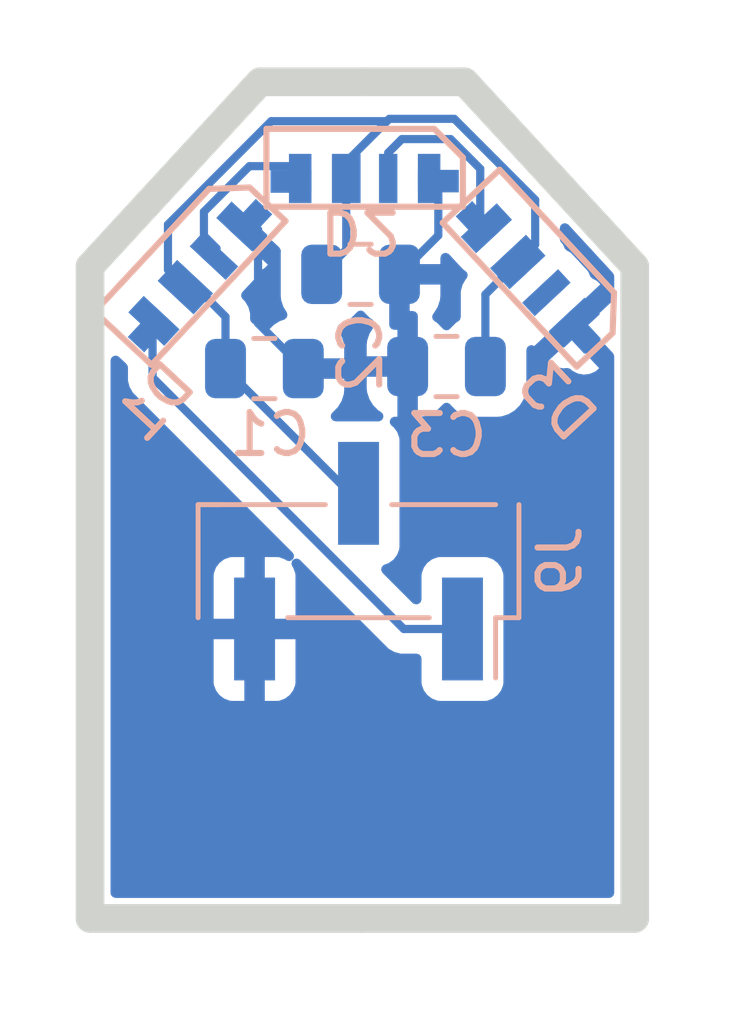
<source format=kicad_pcb>
(kicad_pcb (version 20241229) (generator "pcbnew") (generator_version "9.0")
  (layers (0 "F.Cu" signal) (2 "B.Cu" signal) (13 "F.Paste" user) (15 "B.Paste" user) (5 "F.SilkS" user "F.Silkscreen") (7 "B.SilkS" user "B.Silkscreen") (1 "F.Mask" user) (3 "B.Mask" user) (25 "Edge.Cuts" user))
  (net 0 "")
  (net 1 "3v3")
  (net 2 "VSS")
  (net 3 "LEDout")
  (net 4 "Net-(D1-3)")
  (net 5 "Net-(D2-3)")
  (footprint "UE_LED:SK6812SIDE-A-RVS" (layer "B.Cu") (at 152.897661 76.642364 -47)
    (property "Reference" "D3" (at 2.788343 1.639844 313) (layer "B.SilkS") (effects (justify mirror)))
    (property "Value" "SK6812")
    (fp_line (start -2.3 0.7) (end 2.5 0.7) (stroke (width 0.15)) (layer "B.SilkS"))
    (fp_line (start -2.299999 -1.2) (end -2.3 0.7) (stroke (width 0.15)) (layer "B.SilkS"))
    (fp_line (start 2.5 0.7) (end 2.5 -0.5) (stroke (width 0.15)) (layer "B.SilkS"))
    (fp_line (start 2.5 -0.5) (end 1.8 -1.200001) (stroke (width 0.15)) (layer "B.SilkS"))
    (fp_line (start 1.8 -1.200001) (end -2.299999 -1.2) (stroke (width 0.15)) (layer "B.SilkS"))
    (pad "1" smd rect (at -1.699999 0.085 313) (size 1 0.55) (layers "B.Cu" "B.Mask" "B.Paste") (net 5 "Net-(D2-3)"))
    (pad "1" smd rect (at -1.475 0.01 313) (size 0.55 1.2) (layers "B.Cu" "B.Mask" "B.Paste") (net 5 "Net-(D2-3)"))
    (pad "2" smd rect (at -0.349999 0.009999 313) (size 0.7 1.2) (layers "B.Cu" "B.Mask" "B.Paste") (net 1 "3v3"))
    (pad "3" smd rect (at 0.675001 0.01 313) (size 0.45 1.2) (layers "B.Cu" "B.Mask" "B.Paste"))
    (pad "4" smd rect (at 1.675001 0.01 313) (size 0.55 1.2) (layers "B.Cu" "B.Mask" "B.Paste") (net 2 "VSS"))
    (pad "4" smd rect (at 1.9 0.075 313) (size 1 0.55) (layers "B.Cu" "B.Mask" "B.Paste") (net 2 "VSS"))
  )
  (footprint "Capacitor_SMD:C_0805_2012Metric" (layer "B.Cu") (at 150.91 78.945)
    (property "Reference" "C3" (at 0 1.68 180) (layer "B.SilkS") (effects (justify mirror)))
    (property "Value" "C_Small")
    (fp_line (start -0.261252 -0.735) (end 0.261252 -0.735) (stroke (width 0.12)) (layer "B.SilkS"))
    (fp_line (start -0.261252 0.735) (end 0.261252 0.735) (stroke (width 0.12)) (layer "B.SilkS"))
    (pad "1" smd roundrect (at -0.95 0) (size 1 1.45) (layers "B.Cu" "B.Mask" "B.Paste") (net 2 "VSS"))
    (pad "2" smd roundrect (at 0.95 0) (size 1 1.45) (layers "B.Cu" "B.Mask" "B.Paste") (net 1 "3v3"))
  )
  (footprint "UE_LED:SK6812SIDE-A-RVS" (layer "B.Cu") (at 144.76 76.745 47)
    (property "Reference" "D1" (at -2.889004 1.381405 47) (layer "B.SilkS") (effects (justify mirror)))
    (property "Value" "SK6812")
    (fp_line (start -2.3 -1.200001) (end -2.3 0.699999) (stroke (width 0.15)) (layer "B.SilkS"))
    (fp_line (start -2.3 0.699999) (end 2.5 0.700001) (stroke (width 0.15)) (layer "B.SilkS"))
    (fp_line (start 1.8 -1.199999) (end -2.3 -1.200001) (stroke (width 0.15)) (layer "B.SilkS"))
    (fp_line (start 2.5 -0.5) (end 1.8 -1.199999) (stroke (width 0.15)) (layer "B.SilkS"))
    (fp_line (start 2.5 0.700001) (end 2.5 -0.5) (stroke (width 0.15)) (layer "B.SilkS"))
    (pad "1" smd rect (at -1.700001 0.085001 47) (size 1 0.55) (layers "B.Cu" "B.Mask" "B.Paste") (net 3 "LEDout"))
    (pad "1" smd rect (at -1.475 0.01 47) (size 0.55 1.2) (layers "B.Cu" "B.Mask" "B.Paste") (net 3 "LEDout"))
    (pad "2" smd rect (at -0.35 0.009999 47) (size 0.7 1.2) (layers "B.Cu" "B.Mask" "B.Paste") (net 1 "3v3"))
    (pad "3" smd rect (at 0.675 0.01 47) (size 0.45 1.2) (layers "B.Cu" "B.Mask" "B.Paste") (net 4 "Net-(D1-3)"))
    (pad "4" smd rect (at 1.675001 0.01 47) (size 0.55 1.2) (layers "B.Cu" "B.Mask" "B.Paste") (net 2 "VSS"))
    (pad "4" smd rect (at 1.9 0.075001 47) (size 1 0.55) (layers "B.Cu" "B.Mask" "B.Paste") (net 2 "VSS"))
  )
  (footprint "UE_LED:SK6812SIDE-A-RVS" (layer "B.Cu") (at 148.81 74.345)
    (property "Reference" "D2" (at 0 1.3 180) (layer "B.SilkS") (effects (justify mirror)))
    (property "Value" "SK6812")
    (fp_line (start -2.3 -1.2) (end -2.3 0.7) (stroke (width 0.15)) (layer "B.SilkS"))
    (fp_line (start -2.3 0.7) (end 2.5 0.7) (stroke (width 0.15)) (layer "B.SilkS"))
    (fp_line (start 1.8 -1.2) (end -2.3 -1.2) (stroke (width 0.15)) (layer "B.SilkS"))
    (fp_line (start 2.5 -0.5) (end 1.8 -1.2) (stroke (width 0.15)) (layer "B.SilkS"))
    (fp_line (start 2.5 0.7) (end 2.5 -0.5) (stroke (width 0.15)) (layer "B.SilkS"))
    (pad "1" smd rect (at -1.7 0.085) (size 1 0.55) (layers "B.Cu" "B.Mask" "B.Paste") (net 4 "Net-(D1-3)"))
    (pad "1" smd rect (at -1.475 0.01) (size 0.55 1.2) (layers "B.Cu" "B.Mask" "B.Paste") (net 4 "Net-(D1-3)"))
    (pad "2" smd rect (at -0.35 0.01) (size 0.7 1.2) (layers "B.Cu" "B.Mask" "B.Paste") (net 1 "3v3"))
    (pad "3" smd rect (at 0.675 0.01) (size 0.45 1.2) (layers "B.Cu" "B.Mask" "B.Paste") (net 5 "Net-(D2-3)"))
    (pad "4" smd rect (at 1.675 0.01) (size 0.55 1.2) (layers "B.Cu" "B.Mask" "B.Paste") (net 2 "VSS"))
    (pad "4" smd rect (at 1.9 0.075) (size 1 0.55) (layers "B.Cu" "B.Mask" "B.Paste") (net 2 "VSS"))
  )
  (footprint "Connector_PinHeader_2.54mm:PinHeader_1x03_P2.54mm_Vertical_SMD_Pin1Left" (layer "B.Cu") (at 148.76 83.695 90)
    (property "Reference" "J9" (at 0 4.92 90) (layer "B.SilkS") (effects (justify mirror)))
    (property "Value" "Conn_01x03")
    (fp_line (start -1.38 -3.92) (end 1.38 -3.92) (stroke (width 0.12)) (layer "B.SilkS"))
    (fp_line (start 1.38 -3.35) (end 1.38 -3.92) (stroke (width 0.12)) (layer "B.SilkS"))
    (fp_line (start 1.38 -0.81) (end 1.38 -3.92) (stroke (width 0.12)) (layer "B.SilkS"))
    (fp_line (start -1.38 1.73) (end -1.38 -1.73) (stroke (width 0.12)) (layer "B.SilkS"))
    (fp_line (start 1.38 3.35) (end 1.38 0.81) (stroke (width 0.12)) (layer "B.SilkS"))
    (fp_line (start -1.38 3.35) (end -2.85 3.35) (stroke (width 0.12)) (layer "B.SilkS"))
    (fp_line (start -1.38 3.92) (end -1.38 3.35) (stroke (width 0.12)) (layer "B.SilkS"))
    (fp_line (start -1.38 3.92) (end 1.38 3.92) (stroke (width 0.12)) (layer "B.SilkS"))
    (pad "1" smd rect (at -1.655 2.54 90) (size 2.51 1) (layers "B.Cu" "B.Mask" "B.Paste") (net 3 "LEDout"))
    (pad "2" smd rect (at 1.655 0 90) (size 2.51 1) (layers "B.Cu" "B.Mask" "B.Paste") (net 1 "3v3"))
    (pad "3" smd rect (at -1.655 -2.54 90) (size 2.51 1) (layers "B.Cu" "B.Mask" "B.Paste") (net 2 "VSS"))
  )
  (footprint "Capacitor_SMD:C_0805_2012Metric" (layer "B.Cu") (at 148.81 76.695 180)
    (property "Reference" "C2" (at 0 -1.905 90) (layer "B.SilkS") (effects (justify mirror)))
    (property "Value" "C_Small")
    (fp_line (start -0.261252 0.735) (end 0.261252 0.735) (stroke (width 0.12)) (layer "B.SilkS"))
    (fp_line (start -0.261252 -0.735) (end 0.261252 -0.735) (stroke (width 0.12)) (layer "B.SilkS"))
    (pad "1" smd roundrect (at -0.95 0 180) (size 1 1.45) (layers "B.Cu" "B.Mask" "B.Paste") (net 2 "VSS"))
    (pad "2" smd roundrect (at 0.95 0 180) (size 1 1.45) (layers "B.Cu" "B.Mask" "B.Paste") (net 1 "3v3"))
  )
  (footprint "Capacitor_SMD:C_0805_2012Metric" (layer "B.Cu") (at 146.46 78.995 180)
    (property "Reference" "C1" (at -0.14 -1.605 0) (layer "B.SilkS") (effects (justify mirror)))
    (property "Value" "C_Small")
    (fp_line (start -0.261252 0.735) (end 0.261252 0.735) (stroke (width 0.12)) (layer "B.SilkS"))
    (fp_line (start -0.261252 -0.735) (end 0.261252 -0.735) (stroke (width 0.12)) (layer "B.SilkS"))
    (pad "1" smd roundrect (at -0.95 0 180) (size 1 1.45) (layers "B.Cu" "B.Mask" "B.Paste") (net 2 "VSS"))
    (pad "2" smd roundrect (at 0.95 0 180) (size 1 1.45) (layers "B.Cu" "B.Mask" "B.Paste") (net 1 "3v3"))
  )
  (gr_line (start 142.2 76.5) (end 146.354342 71.996757) (stroke (width 0.699999) (color 33 37 41 1)) (layer "Edge.Cuts"))
  (gr_line (start 151.354342 71.996757) (end 155.508684 76.5) (stroke (width 0.699999) (color 33 37 41 1)) (layer "Edge.Cuts"))
  (gr_line (start 155.508684 92.414726) (end 148.854342 92.414726) (stroke (width 0.699999) (color 33 37 41 1)) (layer "Edge.Cuts"))
  (gr_line (start 142.2 92.414726) (end 142.2 76.5) (stroke (width 0.699999) (color 33 37 41 1)) (layer "Edge.Cuts"))
  (gr_line (start 148.854342 92.414726) (end 142.2 92.414726) (stroke (width 0.699999) (color 33 37 41 1)) (layer "Edge.Cuts"))
  (gr_line (start 146.354342 71.996757) (end 148.854342 71.996757) (stroke (width 0.699999) (color 33 37 41 1)) (layer "Edge.Cuts"))
  (gr_line (start 148.854342 71.996757) (end 151.354342 71.996757) (stroke (width 0.699999) (color 33 37 41 1)) (layer "Edge.Cuts"))
  (gr_line (start 155.508684 76.5) (end 155.508684 92.414726) (stroke (width 0.699999) (color 33 37 41 1)) (layer "Edge.Cuts"))
  (segment (start 151.86 78.945) (end 151.86 77.184859) (width 0.2) (layer "B.Cu") (net 1))
  (segment (start 148.76 82.04) (end 148.555 82.04) (width 0.2) (layer "B.Cu") (net 1))
  (segment (start 146.627015 72.9565) (end 149.4565 72.9565) (width 0.2) (layer "B.Cu") (net 1))
  (segment (start 144.104091 75.479424) (end 146.627015 72.9565) (width 0.2) (layer "B.Cu") (net 1))
  (segment (start 145.51 78.995) (end 145.51 77.729476) (width 0.2) (layer "B.Cu") (net 1))
  (segment (start 148.46 73.953) (end 149.4565 72.9565) (width 0.2) (layer "B.Cu") (net 1))
  (segment (start 148.46 76.095) (end 148.46 74.355) (width 0.2) (layer "B.Cu") (net 1))
  (segment (start 147.86 76.695) (end 148.46 76.095) (width 0.2) (layer "B.Cu") (net 1))
  (segment (start 145.51 77.729476) (end 144.593253 76.812729) (width 0.2) (layer "B.Cu") (net 1))
  (segment (start 153.076172 74.876172) (end 153.076172 75.968687) (width 0.2) (layer "B.Cu") (net 1))
  (segment (start 148.46 74.355) (end 148.46 73.953) (width 0.2) (layer "B.Cu") (net 1))
  (segment (start 148.555 82.04) (end 145.51 78.995) (width 0.2) (layer "B.Cu") (net 1))
  (segment (start 151.1 72.9) (end 153.076172 74.876172) (width 0.2) (layer "B.Cu") (net 1))
  (segment (start 149.513 72.9) (end 151.1 72.9) (width 0.2) (layer "B.Cu") (net 1))
  (segment (start 151.86 77.184859) (end 152.651649 76.39321) (width 0.2) (layer "B.Cu") (net 1))
  (segment (start 144.104091 76.58327) (end 144.104091 75.479424) (width 0.2) (layer "B.Cu") (net 1))
  (segment (start 153.076172 75.968687) (end 152.651649 76.39321) (width 0.2) (layer "B.Cu") (net 1))
  (segment (start 144.528614 77.007793) (end 144.104091 76.58327) (width 0.2) (layer "B.Cu") (net 1))
  (segment (start 149.4565 72.9565) (end 149.513 72.9) (width 0.2) (layer "B.Cu") (net 1))
  (segment (start 146.110649 75.406578) (end 146.305222 75.601151) (width 0.2) (layer "B.Cu") (net 2))
  (segment (start 150.71 75.745) (end 149.76 76.695) (width 0.2) (layer "B.Cu") (net 2))
  (segment (start 146.305222 77.890222) (end 147.41 78.995) (width 0.2) (layer "B.Cu") (net 2))
  (segment (start 150.71 74.42) (end 150.71 75.745) (width 0.2) (layer "B.Cu") (net 2))
  (segment (start 146.305222 75.601151) (end 146.305222 77.890222) (width 0.2) (layer "B.Cu") (net 2))
  (segment (start 143.727407 77.851208) (end 143.727407 79.212407) (width 0.2) (layer "B.Cu") (net 3))
  (segment (start 149.865 85.35) (end 151.3 85.35) (width 0.2) (layer "B.Cu") (net 3))
  (segment (start 143.727407 79.212407) (end 149.865 85.35) (width 0.2) (layer "B.Cu") (net 3))
  (segment (start 144.982299 75.75309) (end 145.292301 76.063092) (width 0.2) (layer "B.Cu") (net 4))
  (segment (start 144.982299 75.166901) (end 144.982299 75.75309) (width 0.2) (layer "B.Cu") (net 4))
  (segment (start 147.335 74.055) (end 146.094201 74.055) (width 0.2) (layer "B.Cu") (net 4))
  (segment (start 147.11 74.13) (end 147.11 74.276802) (width 0.2) (layer "B.Cu") (net 4))
  (segment (start 146.094201 74.055) (end 144.982299 75.166901) (width 0.2) (layer "B.Cu") (net 4))
  (segment (start 151.7344 74.1194) (end 151.01 73.395) (width 0.2) (layer "B.Cu") (net 5))
  (segment (start 151.01 73.395) (end 149.819 73.395) (width 0.2) (layer "B.Cu") (net 5))
  (segment (start 149.485 73.729) (end 149.485 74.055) (width 0.2) (layer "B.Cu") (net 5))
  (segment (start 149.819 73.395) (end 149.485 73.729) (width 0.2) (layer "B.Cu") (net 5))
  (segment (start 151.7344 75.320437) (end 151.7344 74.1194) (width 0.2) (layer "B.Cu") (net 5))
  (zone (net 2) (net_name "VSS") (layer "B.Cu") (connect_pads (clearance 0.5)) (min_thickness 0.25) (fill yes (thermal_gap 0.5) (thermal_bridge_width 0.5))
    (polygon (pts (xy 140 70) (xy 158 70) (xy 158 95) (xy 140 95)))
  )
)
</source>
